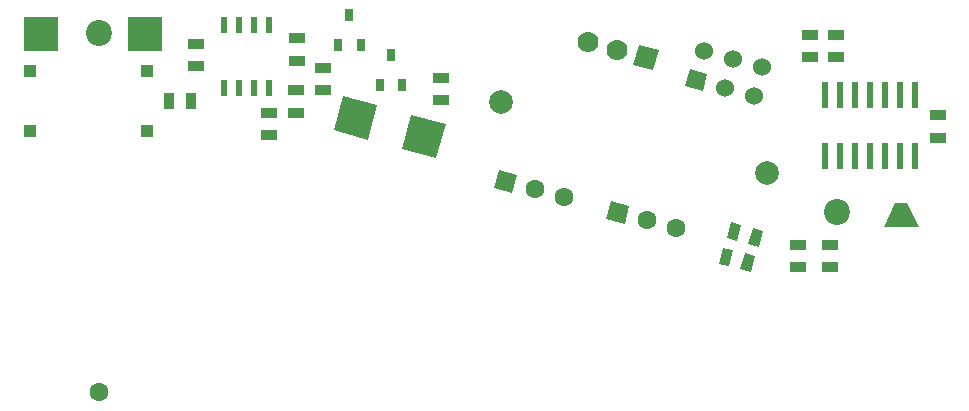
<source format=gbr>
%FSLAX46Y46*%
G04 Gerber Fmt 4.6, Leading zero omitted, Abs format (unit mm)*
G04 Created by KiCad (PCBNEW (2014-jul-16 BZR unknown)-product) date Thu 04 Sep 2014 10:50:04 PM CEST*
%MOMM*%
G01*
G04 APERTURE LIST*
%ADD10C,0.150000*%
%ADD11C,1.778000*%
%ADD12R,3.000000X3.000000*%
%ADD13C,2.000000*%
%ADD14C,1.600000*%
%ADD15R,1.000760X1.000760*%
%ADD16C,2.200000*%
%ADD17R,0.701040X1.000760*%
%ADD18R,0.599440X1.399540*%
%ADD19R,1.397000X0.889000*%
%ADD20R,0.889000X1.397000*%
%ADD21C,1.524000*%
%ADD22R,0.599440X2.199640*%
G04 APERTURE END LIST*
D10*
D11*
X148926548Y-103282600D03*
X151380000Y-103940000D03*
D10*
G36*
X154462070Y-105686198D02*
X152744654Y-105226018D01*
X153204834Y-103508602D01*
X154922250Y-103968782D01*
X154462070Y-105686198D01*
X154462070Y-105686198D01*
G37*
D12*
X102590000Y-102580000D03*
X111390000Y-102580000D03*
D13*
X141546964Y-108334758D03*
X164053036Y-114365242D03*
D10*
G36*
X176950000Y-118910000D02*
X173950000Y-118910000D01*
X174950000Y-116910000D01*
X175950000Y-116910000D01*
X176950000Y-118910000D01*
X176950000Y-118910000D01*
G37*
G36*
X150466752Y-118268285D02*
X150880863Y-116722804D01*
X152426344Y-117136915D01*
X152012233Y-118682396D01*
X150466752Y-118268285D01*
X150466752Y-118268285D01*
G37*
D14*
X153900000Y-118360000D03*
X156353452Y-119017400D03*
D15*
X101669540Y-105749840D03*
X101669540Y-110850160D03*
X111570000Y-110850000D03*
X111570000Y-105750000D03*
D10*
G36*
X136864894Y-110205797D02*
X136088437Y-113103574D01*
X133190660Y-112327117D01*
X133967117Y-109429340D01*
X136864894Y-110205797D01*
X136864894Y-110205797D01*
G37*
G36*
X131069340Y-108652883D02*
X130292883Y-111550660D01*
X127395106Y-110774203D01*
X128171563Y-107876426D01*
X131069340Y-108652883D01*
X131069340Y-108652883D01*
G37*
D16*
X107500000Y-102500000D03*
X170000000Y-117700000D03*
D14*
X107500000Y-132900000D03*
D17*
X132250000Y-104420000D03*
X131297500Y-106960000D03*
X133202500Y-106960000D03*
X128710000Y-101020000D03*
X127757500Y-103560000D03*
X129662500Y-103560000D03*
D18*
X118085000Y-107167000D03*
X118085000Y-101833000D03*
X119355000Y-107167000D03*
X120625000Y-107167000D03*
X121895000Y-107167000D03*
X119355000Y-101833000D03*
X120625000Y-101833000D03*
X121895000Y-101833000D03*
D19*
X126520000Y-107352500D03*
X126520000Y-105447500D03*
X124230000Y-107357500D03*
X124230000Y-109262500D03*
X136470000Y-108202500D03*
X136470000Y-106297500D03*
D10*
G36*
X163040183Y-121416871D02*
X162678613Y-122766269D01*
X161819905Y-122536179D01*
X162181475Y-121186781D01*
X163040183Y-121416871D01*
X163040183Y-121416871D01*
G37*
G36*
X161200095Y-120923821D02*
X160838525Y-122273219D01*
X159979817Y-122043129D01*
X160341387Y-120693731D01*
X161200095Y-120923821D01*
X161200095Y-120923821D01*
G37*
G36*
X163720183Y-119286871D02*
X163358613Y-120636269D01*
X162499905Y-120406179D01*
X162861475Y-119056781D01*
X163720183Y-119286871D01*
X163720183Y-119286871D01*
G37*
G36*
X161880095Y-118793821D02*
X161518525Y-120143219D01*
X160659817Y-119913129D01*
X161021387Y-118563731D01*
X161880095Y-118793821D01*
X161880095Y-118793821D01*
G37*
D19*
X167750000Y-104572500D03*
X167750000Y-102667500D03*
X169890000Y-102687500D03*
X169890000Y-104592500D03*
X115690000Y-103447500D03*
X115690000Y-105352500D03*
D20*
X113437500Y-108300000D03*
X115342500Y-108300000D03*
D19*
X178570000Y-111402500D03*
X178570000Y-109497500D03*
X166690000Y-122352500D03*
X166690000Y-120447500D03*
X169410000Y-120467500D03*
X169410000Y-122372500D03*
X124310000Y-102957500D03*
X124310000Y-104862500D03*
X121870000Y-111162500D03*
X121870000Y-109257500D03*
D10*
G36*
X157144592Y-107048140D02*
X157539033Y-105576069D01*
X159011104Y-105970510D01*
X158616663Y-107442581D01*
X157144592Y-107048140D01*
X157144592Y-107048140D01*
G37*
D21*
X158735249Y-104055874D03*
X160531300Y-107166726D03*
X161188700Y-104713274D03*
X162984751Y-107824126D03*
X163642152Y-105370675D03*
D22*
X176615000Y-112938420D03*
X175345000Y-112938420D03*
X174075000Y-112938420D03*
X172805000Y-112938420D03*
X171535000Y-112938420D03*
X170265000Y-112938420D03*
X168995000Y-112938420D03*
X168995000Y-107741580D03*
X170265000Y-107741580D03*
X171535000Y-107741580D03*
X172805000Y-107741580D03*
X174075000Y-107741580D03*
X175345000Y-107741580D03*
X176615000Y-107741580D03*
D10*
G36*
X140966752Y-115678285D02*
X141380863Y-114132804D01*
X142926344Y-114546915D01*
X142512233Y-116092396D01*
X140966752Y-115678285D01*
X140966752Y-115678285D01*
G37*
D14*
X144400000Y-115770000D03*
X146853452Y-116427400D03*
M02*

</source>
